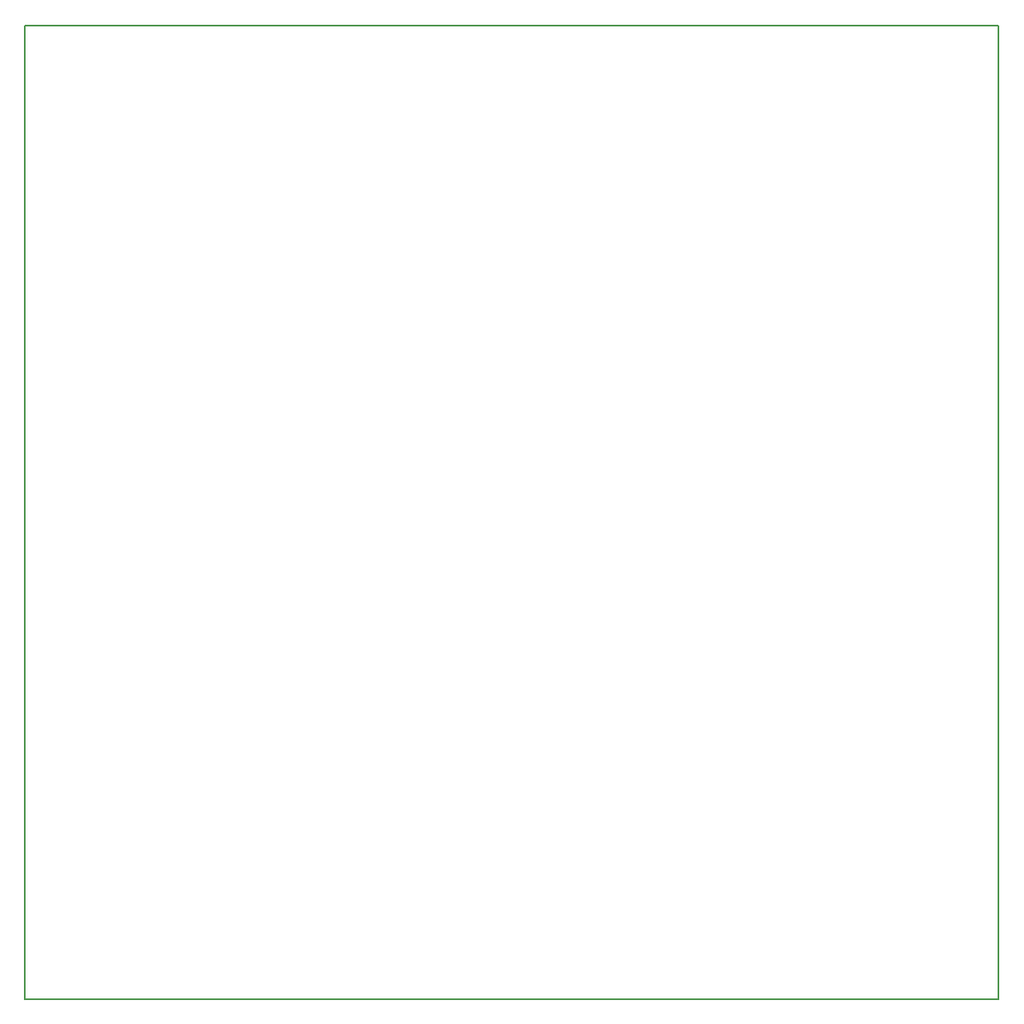
<source format=gm1>
G04 #@! TF.FileFunction,Profile,NP*
%FSLAX46Y46*%
G04 Gerber Fmt 4.6, Leading zero omitted, Abs format (unit mm)*
G04 Created by KiCad (PCBNEW 4.0.7-e1-6374~58~ubuntu14.04.1) date Wed Aug  9 00:32:34 2017*
%MOMM*%
%LPD*%
G01*
G04 APERTURE LIST*
%ADD10C,0.100000*%
%ADD11C,0.150000*%
G04 APERTURE END LIST*
D10*
D11*
X74168000Y-50800000D02*
X173990000Y-50800000D01*
X74168000Y-150622000D02*
X74168000Y-50800000D01*
X173990000Y-150622000D02*
X74168000Y-150622000D01*
X173990000Y-50800000D02*
X173990000Y-150622000D01*
M02*

</source>
